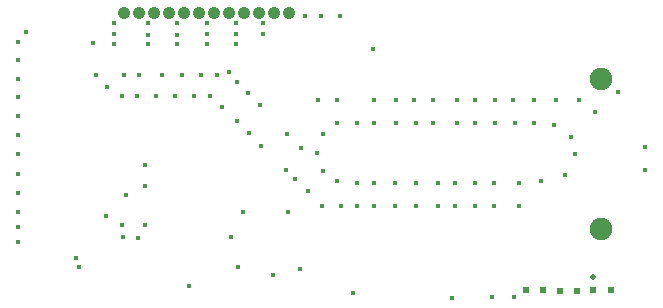
<source format=gbr>
G04 EAGLE Gerber RS-274X export*
G75*
%MOMM*%
%FSLAX34Y34*%
%LPD*%
%INCopper Layer 2*%
%IPPOS*%
%AMOC8*
5,1,8,0,0,1.08239X$1,22.5*%
G01*
%ADD10C,1.905000*%
%ADD11C,1.050000*%
%ADD12C,0.453200*%
%ADD13C,0.603200*%
%ADD14C,0.503200*%


D10*
X506000Y201000D03*
X506000Y74000D03*
D11*
X190700Y257000D03*
X203400Y257000D03*
X216100Y257000D03*
X228800Y257000D03*
X241500Y257000D03*
X178000Y257000D03*
X165300Y257000D03*
X152600Y257000D03*
X139900Y257000D03*
X127200Y257000D03*
X114500Y257000D03*
X101800Y257000D03*
D12*
X543000Y144000D03*
X543000Y124000D03*
X299000Y113750D03*
X314000Y113750D03*
X331500Y113750D03*
X349000Y113750D03*
X367750Y113750D03*
X382750Y113750D03*
X399000Y113750D03*
X415250Y113750D03*
X436500Y113750D03*
X282750Y115000D03*
X270250Y123750D03*
X265250Y138750D03*
X270250Y155000D03*
X282750Y163750D03*
X299000Y163750D03*
X314000Y163750D03*
X332750Y163750D03*
X349000Y163750D03*
X364000Y163750D03*
X384000Y163750D03*
X399000Y163750D03*
X416500Y163750D03*
X432750Y163750D03*
X449000Y163750D03*
X466500Y162500D03*
X480250Y152500D03*
X484000Y137500D03*
X475250Y120000D03*
X455250Y115000D03*
X282750Y183750D03*
X314000Y183750D03*
X332750Y183750D03*
X347750Y183750D03*
X364000Y183750D03*
X384000Y183750D03*
X399000Y183750D03*
X416500Y183750D03*
X431500Y183750D03*
X449000Y183750D03*
X12750Y63000D03*
X12750Y75750D03*
X12750Y88750D03*
X12750Y105000D03*
X12750Y121250D03*
X12750Y137500D03*
X12750Y153750D03*
X12750Y170000D03*
X12750Y186250D03*
X12750Y201250D03*
X12750Y217500D03*
X12750Y232500D03*
X251250Y40750D03*
X61750Y49750D03*
X299000Y93750D03*
X314000Y93750D03*
X331500Y93750D03*
X349000Y93750D03*
X367750Y93750D03*
X382750Y93750D03*
X399000Y93750D03*
X415250Y93750D03*
X436500Y93750D03*
D13*
X514200Y22600D03*
D12*
X286000Y93750D03*
X270000Y93750D03*
X258000Y106750D03*
X247000Y116750D03*
X218000Y144750D03*
X208000Y155750D03*
X198000Y165750D03*
X185000Y177750D03*
X175000Y186750D03*
X161000Y186750D03*
X145000Y186750D03*
X129000Y186750D03*
X113000Y186750D03*
X78000Y204750D03*
X207000Y189750D03*
X198000Y198750D03*
X181000Y204750D03*
X151000Y204750D03*
X134000Y204750D03*
X115000Y204750D03*
X217000Y179750D03*
X240000Y154750D03*
X252000Y142750D03*
X239000Y124750D03*
X167000Y204750D03*
X100000Y186750D03*
X88000Y194750D03*
X266750Y183750D03*
X468000Y183750D03*
X487000Y183750D03*
X501000Y173750D03*
X122000Y248750D03*
X122000Y238750D03*
X147000Y248750D03*
X147000Y238750D03*
X172000Y248750D03*
X197000Y248750D03*
X172000Y239750D03*
X197000Y239750D03*
X220000Y248750D03*
X197000Y230750D03*
X172000Y230750D03*
X147000Y230750D03*
X122000Y230750D03*
X94000Y248750D03*
X94000Y230750D03*
X255000Y254750D03*
X269000Y254750D03*
X285000Y254750D03*
X220000Y239750D03*
X414000Y16750D03*
X432000Y16750D03*
X102000Y204750D03*
X94000Y239750D03*
X119750Y128750D03*
X119750Y110750D03*
X119750Y77750D03*
X100750Y77750D03*
X520500Y190400D03*
X228000Y35750D03*
X64000Y42500D03*
D14*
X499000Y34000D03*
D13*
X499600Y22500D03*
D12*
X101000Y68000D03*
X157000Y26000D03*
X296000Y20000D03*
D13*
X456600Y22400D03*
D12*
X114000Y67000D03*
X87000Y85000D03*
D13*
X442100Y22500D03*
X485300Y22300D03*
X471100Y22300D03*
D12*
X76000Y232000D03*
X380000Y16000D03*
X19000Y241000D03*
X199000Y42000D03*
X191000Y207000D03*
X313000Y227000D03*
X241000Y89000D03*
X193000Y68000D03*
X203000Y89000D03*
X104000Y103000D03*
M02*

</source>
